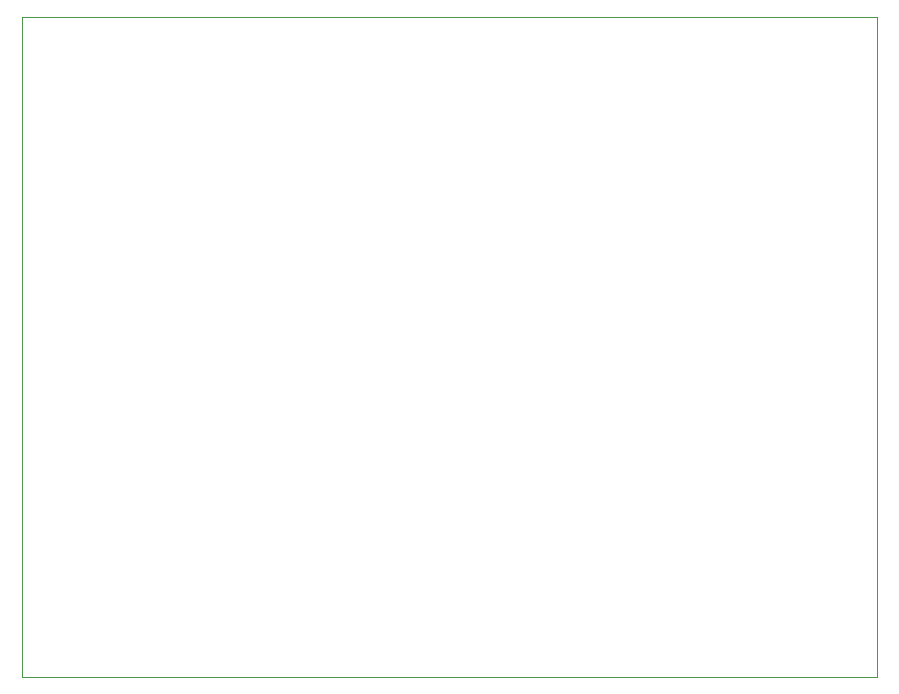
<source format=gbr>
%TF.GenerationSoftware,KiCad,Pcbnew,(6.0.11)*%
%TF.CreationDate,2023-02-07T12:56:04-07:00*%
%TF.ProjectId,temp_changer,74656d70-5f63-4686-916e-6765722e6b69,rev?*%
%TF.SameCoordinates,Original*%
%TF.FileFunction,Profile,NP*%
%FSLAX46Y46*%
G04 Gerber Fmt 4.6, Leading zero omitted, Abs format (unit mm)*
G04 Created by KiCad (PCBNEW (6.0.11)) date 2023-02-07 12:56:04*
%MOMM*%
%LPD*%
G01*
G04 APERTURE LIST*
%TA.AperFunction,Profile*%
%ADD10C,0.100000*%
%TD*%
G04 APERTURE END LIST*
D10*
X105410000Y-55880000D02*
X105410000Y-111760000D01*
X177800000Y-55880000D02*
X105410000Y-55880000D01*
X105410000Y-111760000D02*
X177800000Y-111760000D01*
X177800000Y-111760000D02*
X177800000Y-55880000D01*
M02*

</source>
